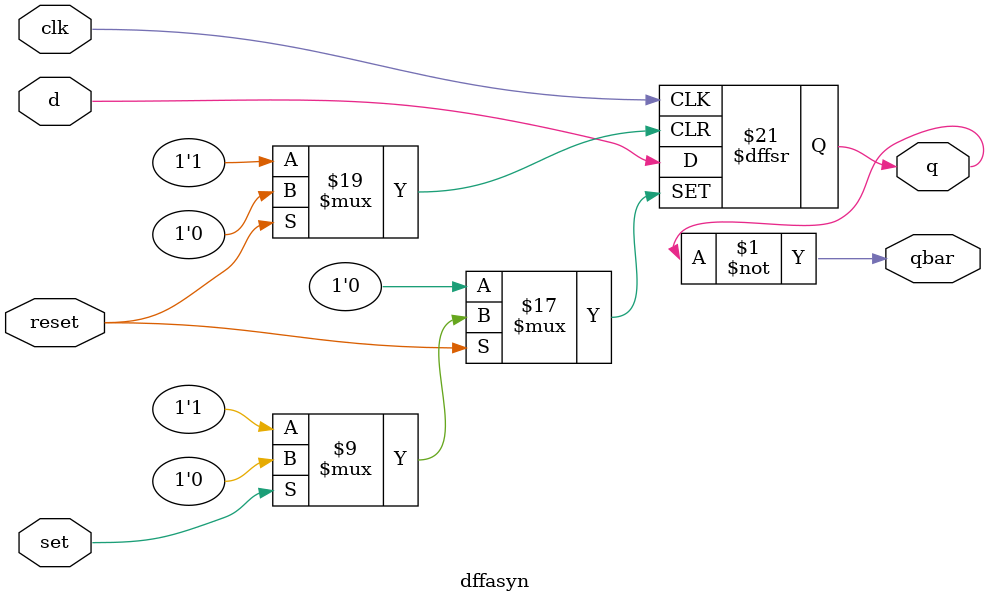
<source format=v>
module dffasyn(
    input d,
    input clk,
    input reset,
    input set,
    output reg q,
    output qbar
);
assign qbar = ~q;
//considers neg trigger of reset and set
always @(posedge clk or negedge reset or negedge set) 
begin
if (reset==0) q<=0;
else if (set==0) q<=1;
else q<=d;
end

endmodule
</source>
